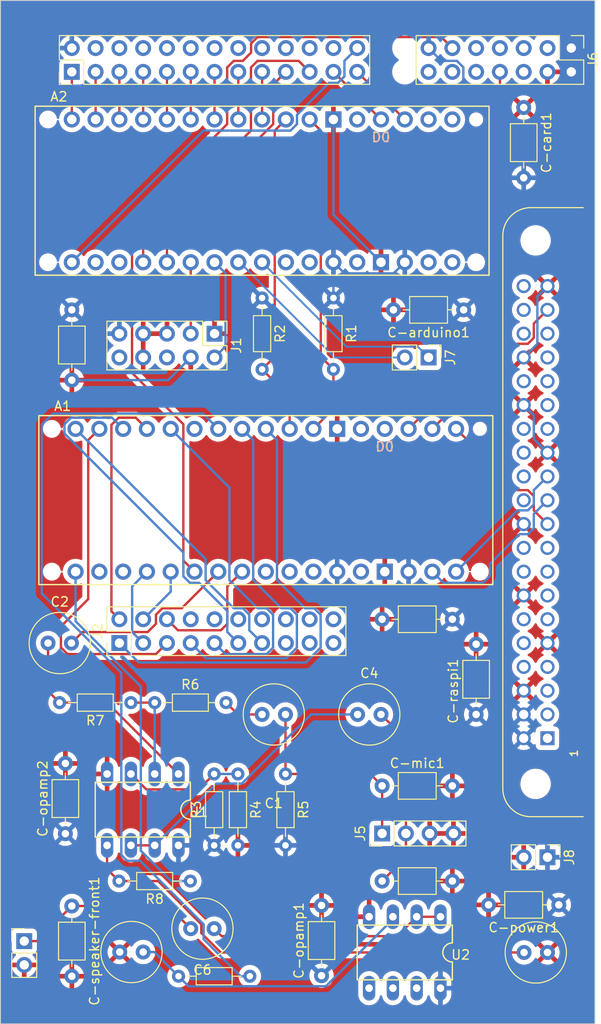
<source format=kicad_pcb>
(kicad_pcb (version 20221018) (generator pcbnew)
  (layers (0 "F.Cu" signal) (31 "B.Cu" signal) (34 "B.Paste" user) (35 "F.Paste" user) (36 "B.SilkS" user "B.Silkscreen") (37 "F.SilkS" user "F.Silkscreen") (38 "B.Mask" user) (39 "F.Mask" user) (44 "Edge.Cuts" user))
  (net 0 "")
  (net 2 "5v")
  (net 3 "key_col3")
  (net 4 "key_col4")
  (net 5 "mag_cls")
  (net 6 "mic_amp")
  (net 7 "key_row1")
  (net 10 "mag_rdt")
  (net 11 "mag_rcl")
  (net 12 "key_col1")
  (net 13 "key_col6")
  (net 14 "pwm_speaker_front")
  (net 15 "key_col7")
  (net 16 "key_row2")
  (net 17 "key_col2")
  (net 18 "key_row3")
  (net 19 "key_col5")
  (net 20 "key_row4")
  (net 21 "pwm_speaker_receiver")
  (net 22 "miso")
  (net 23 "mosi")
  (net 26 "sck")
  (net 27 "ss")
  (net 29 "disp_x3")
  (net 30 "disp_x2")
  (net 31 "coin_sig")
  (net 32 "coin_1")
  (net 33 "coin_2")
  (net 34 "coin_3")
  (net 36 "disp_x4")
  (net 37 "disp_x5")
  (net 38 "sda")
  (net 39 "scl")
  (net 40 "disp_x1")
  (net 41 "disp_d0")
  (net 42 "disp_d1")
  (net 43 "disp_d2")
  (net 44 "disp_d3")
  (net 45 "disp_d4")
  (net 46 "disp_d5")
  (net 47 "disp_d6")
  (net 48 "disp_d7")
  (net 49 "disp_x6")
  (net 82 "mic+")
  (net 83 "Net-(C1-Pad2)")
  (net 84 "Net-(C2-Pad1)")
  (net 85 "Net-(U1B-+)")
  (net 86 "Net-(U1B--)")
  (net 87 "speaker_receiver+")
  (net 88 "Net-(U2A-+)")
  (net 89 "Net-(U2A--)")
  (net 90 "speaker_front+")
  (net 91 "card_seated")
  (net 95 "key_hook_down")
  (net 96 "key_hook_common")
  (net 97 "key_hook_up")
  (net 98 "motor+")
  (net 99 "motor-")
  (net 100 "2.5v")
  (net 101 "Net-(U1A--)")
  (net 126 "gnd")
  (footprint "Resistor_THT:R_Axial_DIN0204_L3.6mm_D1.6mm_P7.62mm_Horizontal" (layer "F.Cu") (at 128.23 85.095)
    (fp_text reference "R6")
    (fp_text value "1k")
  )
  (footprint "Capacitor_THT:C_Axial_L3.8mm_D2.6mm_P7.50mm_Horizontal" (layer "F.Cu") (at 171.39 106.68 180)
    (fp_text reference "C-power1")
    (fp_text value "0.1u")
  )
  (footprint "ADA3708:ADA3708_RPI-ZERO" (layer "F.Cu") (at 168.91 64.77 90)
    (fp_text reference "A3" hide)
    (fp_text value "ADA3708" hide)
  )
  (footprint "Capacitor_THT:C_Axial_L3.8mm_D2.6mm_P7.50mm_Horizontal" (layer "F.Cu") (at 152.52 104.14)
    (fp_text reference "C-speaker-receiver1" hide)
    (fp_text value "0.1u")
  )
  (footprint "Connector_PinHeader_2.54mm:PinHeader_2x13_P2.54mm_Vertical" (layer "F.Cu") (at 119.38 17.78 90)
    (fp_text reference "J3" hide)
    (fp_text value "display")
  )
  (footprint "Connector_PinHeader_2.54mm:PinHeader_2x05_P2.54mm_Vertical" (layer "F.Cu") (at 134.62 45.72 -90)
    (fp_text reference "J1")
    (fp_text value "coin")
  )
  (footprint "Resistor_THT:R_Axial_DIN0204_L3.6mm_D1.6mm_P7.62mm_Horizontal" (layer "F.Cu") (at 132.04 104.14 180)
    (fp_text reference "R8")
    (fp_text value "10" hide)
  )
  (footprint "Capacitor_THT:C_Radial_D6.3mm_H5.0mm_P2.50mm" (layer "F.Cu") (at 149.9 86.36)
    (fp_text reference "C4")
    (fp_text value "1m")
  )
  (footprint "LM358:DIL08" (layer "F.Cu") (at 154.94 111.76 180)
    (fp_text reference "U2")
    (fp_text value "LM358")
  )
  (footprint "Capacitor_THT:C_Axial_L3.8mm_D2.6mm_P7.50mm_Horizontal" (layer "F.Cu") (at 162.56 86.36 90)
    (fp_text reference "C-raspi1")
    (fp_text value "0.1u")
  )
  (footprint "Capacitor_THT:C_Radial_D6.3mm_H5.0mm_P2.50mm" (layer "F.Cu") (at 167.68 111.76)
    (fp_text reference "C3" hide)
    (fp_text value "10u" hide)
  )
  (footprint "Resistor_THT:R_Axial_DIN0204_L3.6mm_D1.6mm_P7.62mm_Horizontal" (layer "F.Cu") (at 134.58 100.33 90)
    (fp_text reference "R3")
    (fp_text value "10k")
  )
  (footprint "Connector_PinHeader_2.54mm:PinHeader_1x02_P2.54mm_Vertical" (layer "F.Cu") (at 157.48 48.26 -90)
    (fp_text reference "J7")
    (fp_text value "motor")
  )
  (footprint "Capacitor_THT:C_Axial_L3.8mm_D2.6mm_P7.50mm_Horizontal" (layer "F.Cu") (at 167.64 21.585 -90)
    (fp_text reference "C-card1")
    (fp_text value "0.1u")
  )
  (footprint "Capacitor_THT:C_Axial_L3.8mm_D2.6mm_P7.50mm_Horizontal" (layer "F.Cu") (at 119.38 106.8 -90)
    (fp_text reference "C-speaker-front1")
    (fp_text value "0.1u")
  )
  (footprint "Capacitor_THT:C_Radial_D6.3mm_H5.0mm_P2.50mm" (layer "F.Cu") (at 127 111.715 180)
    (fp_text reference "C5" hide)
    (fp_text value "10u")
  )
  (footprint "Capacitor_THT:C_Axial_L3.8mm_D2.6mm_P7.50mm_Horizontal" (layer "F.Cu") (at 161.23 43.18 180)
    (fp_text reference "C-arduino1")
    (fp_text value "0.1u")
  )
  (footprint "Connector_PinHeader_2.54mm:PinHeader_1x02_P2.54mm_Vertical" (layer "F.Cu") (at 114.3 110.55)
    (fp_text reference "speaker_front1" hide)
    (fp_text value "speaker_front" hide)
  )
  (footprint "Connector_PinHeader_2.54mm:PinHeader_2x10_P2.54mm_Vertical" (layer "F.Cu") (at 124.46 78.74 90)
    (fp_text reference "J2")
    (fp_text value "keypad")
  )
  (footprint "Capacitor_THT:C_Axial_L3.8mm_D2.6mm_P7.50mm_Horizontal" (layer "F.Cu") (at 146.05 114.24 90)
    (fp_text reference "C-opamp1")
    (fp_text value "0.1u")
  )
  (footprint "LM358:DIL08" (layer "F.Cu") (at 126.96 96.52 180)
    (fp_text reference "U1")
    (fp_text value "LM358")
  )
  (footprint "Resistor_THT:R_Axial_DIN0204_L3.6mm_D1.6mm_P7.62mm_Horizontal" (layer "F.Cu") (at 125.69 85.095 180)
    (fp_text reference "R7")
    (fp_text value "10k")
  )
  (footprint "PCM_arduino-library:Arduino_Micro_Socket" (layer "F.Cu") (at 115.8621 72.5)
    (fp_text reference "A1")
    (fp_text value "Arduino_Micro_Socket")
  )
  (footprint "Connector_PinHeader_2.54mm:PinHeader_2x07_P2.54mm_Vertical" (layer "F.Cu") (at 172.72 15.24 -90)
    (fp_text reference "J6")
    (fp_text value "card_reader")
  )
  (footprint "Resistor_THT:R_Axial_DIN0204_L3.6mm_D1.6mm_P7.62mm_Horizontal" (layer "F.Cu") (at 138.395 114.295 180)
    (fp_text reference "R9" hide)
    (fp_text value "10")
  )
  (footprint "PCM_arduino-library:Arduino_Micro_Socket" (layer "F.Cu") (at 115.46 39.48)
    (fp_text reference "A2")
    (fp_text value "Arduino_Micro_Socket (display)")
  )
  (footprint "Resistor_THT:R_Axial_DIN0204_L3.6mm_D1.6mm_P7.62mm_Horizontal" (layer "F.Cu") (at 147.32 41.91 -90)
    (fp_text reference "R1")
    (fp_text value "10k")
  )
  (footprint "Capacitor_THT:C_Radial_D6.3mm_H5.0mm_P2.50mm" (layer "F.Cu") (at 116.84 78.74)
    (fp_text reference "C2")
    (fp_text value "0.1m" hide)
  )
  (footprint "Capacitor_THT:C_Radial_D6.3mm_H5.0mm_P2.50mm" (layer "F.Cu") (at 134.58 109.22 180)
    (fp_text reference "C6")
    (fp_text value "1m")
  )
  (footprint "Capacitor_THT:C_Axial_L3.8mm_D2.6mm_P7.50mm_Horizontal" (layer "F.Cu") (at 119.38 43.18 -90)
    (fp_text reference "C-coin1" hide)
    (fp_text value "0.1u")
  )
  (footprint "Capacitor_THT:C_Axial_L3.8mm_D2.6mm_P7.50mm_Horizontal" (layer "F.Cu") (at 118.6912 99.0858 90)
    (fp_text reference "C-opamp2")
    (fp_text value "0.1u")
  )
  (footprint "Resistor_THT:R_Axial_DIN0204_L3.6mm_D1.6mm_P7.62mm_Horizontal" (layer "F.Cu") (at 139.7 41.91 -90)
    (fp_text reference "R2")
    (fp_text value "10k")
  )
  (footprint "Connector_PinHeader_2.54mm:PinHeader_1x02_P2.54mm_Vertical" (layer "F.Cu") (at 170.18 101.6 -90)
    (fp_text reference "J8")
    (fp_text value "power")
  )
  (footprint "Connector_PinHeader_2.54mm:PinHeader_1x04_P2.54mm_Vertical" (layer "F.Cu") (at 152.52 99.06 90)
    (fp_text reference "J5")
    (fp_text value "4p4c")
  )
  (footprint "Capacitor_THT:C_Radial_D6.3mm_H5.0mm_P2.50mm" (layer "F.Cu") (at 142.2 86.36 180)
    (fp_text reference "C1")
    (fp_text value "10u")
  )
  (footprint "Resistor_THT:R_Axial_DIN0204_L3.6mm_D1.6mm_P7.62mm_Horizontal" (layer "F.Cu") (at 142.2 92.71 -90)
    (fp_text reference "R5")
    (fp_text value "10k" hide)
  )
  (footprint "Capacitor_THT:C_Axial_L3.8mm_D2.6mm_P7.50mm_Horizontal" (layer "F.Cu") (at 160.02 76.2 180)
    (fp_text reference "C-arduino-display1" hide)
    (fp_text value "0.1u")
  )
  (footprint "Capacitor_THT:C_Axial_L3.8mm_D2.6mm_P7.50mm_Horizontal" (layer "F.Cu") (at 152.52 93.98)
    (fp_text reference "C-mic1")
    (fp_text value "0.1u")
  )
  (footprint "Resistor_THT:R_Axial_DIN0204_L3.6mm_D1.6mm_P7.62mm_Horizontal" (layer "F.Cu") (at 137.12 92.71 -90)
    (fp_text reference "R4")
    (fp_text value "10k")
  )
  (gr_line (start 111.76 10.16) (end 111.76 119.38) (stroke (width 0.1)) (layer "Edge.Cuts"))
  (gr_line (start 175.26 119.38) (end 175.26 10.16) (stroke (width 0.1)) (layer "Edge.Cuts"))
  (gr_line (start 111.76 119.38) (end 175.26 119.38) (stroke (width 0.1)) (layer "Edge.Cuts"))
  (gr_line (start 175.26 10.16) (end 111.76 10.16) (stroke (width 0.1)) (layer "Edge.Cuts"))
  (segment (start 153.7514 39.2886) (end 154.94 38.1) (width 0.25) (layer "B.Cu") (net 2))
  (segment (start 161.195 18.955) (end 167.64 25.4) (width 0.25) (layer "B.Cu") (net 2))
  (segment (start 167.64 25.4) (end 167.64 29.085) (width 0.25) (layer "B.Cu") (net 2))
  (segment (start 147.32 38.1) (end 148.5086 39.2886) (width 0.25) (layer "B.Cu") (net 2))
  (segment (start 147.32 38.5111) (end 147.7221 38.109) (width 0.25) (layer "B.Cu") (net 2))
  (segment (start 158.845 16.605) (end 160.506701 16.605) (width 0.25) (layer "B.Cu") (net 2))
  (segment (start 148.5086 39.2886) (end 153.7514 39.2886) (width 0.25) (layer "B.Cu") (net 2))
  (segment (start 160.506701 16.605) (end 161.195 17.293299) (width 0.25) (layer "B.Cu") (net 2))
  (segment (start 147.32 41.91) (end 147.32 38.5111) (width 0.25) (layer "B.Cu") (net 2))
  (segment (start 157.48 15.24) (end 158.845 16.605) (width 0.25) (layer "B.Cu") (net 2))
  (segment (start 161.195 17.293299) (end 161.195 18.955) (width 0.25) (layer "B.Cu") (net 2))
  (segment (start 147.32 38.1) (end 147.32 41.91) (width 0.25) (layer "B.Cu") (net 2))
  (segment (start 125.825 72.6971) (end 125.825 77.565) (width 0.25) (layer "B.Cu") (net 3))
  (segment (start 125.825 77.565) (end 127 78.74) (width 0.25) (layer "B.Cu") (net 3))
  (segment (start 127.4021 71.12) (end 125.825 72.6971) (width 0.25) (layer "B.Cu") (net 3))
  (segment (start 129.9421 73.2579) (end 129.9421 71.12) (width 0.25) (layer "B.Cu") (net 4))
  (segment (start 127 76.2) (end 129.9421 73.2579) (width 0.25) (layer "B.Cu") (net 4))
  (segment (start 138.525 14.753299) (end 139.213299 14.065) (width 0.25) (layer "F.Cu") (net 5))
  (segment (start 137.646701 16.605) (end 138.525 15.726701) (width 0.25) (layer "F.Cu") (net 5))
  (segment (start 131.2935 55.387665) (end 125.8114 49.905565) (width 0.25) (layer "F.Cu") (net 5))
  (segment (start 138.525 15.726701) (end 138.525 14.753299) (width 0.25) (layer "F.Cu") (net 5))
  (segment (start 135.9714 23.352335) (end 135.9714 17.306899) (width 0.25) (layer "F.Cu") (net 5))
  (segment (start 125.8114 33.512335) (end 135.9714 23.352335) (width 0.25) (layer "F.Cu") (net 5))
  (segment (start 136.673299 16.605) (end 137.646701 16.605) (width 0.25) (layer "F.Cu") (net 5))
  (segment (start 139.213299 14.065) (end 158.845 14.065) (width 0.25) (layer "F.Cu") (net 5))
  (segment (start 125.8114 49.905565) (end 125.8114 33.512335) (width 0.25) (layer "F.Cu") (net 5))
  (segment (start 135.9714 17.306899) (end 136.673299 16.605) (width 0.25) (layer "F.Cu") (net 5))
  (segment (start 132.4821 71.12) (end 131.2935 69.9314) (width 0.25) (layer "F.Cu") (net 5))
  (segment (start 158.845 14.065) (end 160.02 15.24) (width 0.25) (layer "F.Cu") (net 5))
  (segment (start 131.2935 69.9314) (end 131.2935 55.387665) (width 0.25) (layer "F.Cu") (net 5))
  (segment (start 120.515 77.565) (end 127.486701 77.565) (width 0.25) (layer "F.Cu") (net 6))
  (segment (start 129.053299 75.025) (end 131.1171 75.025) (width 0.25) (layer "F.Cu") (net 6))
  (segment (start 128.365 76.686701) (end 128.365 75.713299) (width 0.25) (layer "F.Cu") (net 6))
  (segment (start 127.486701 77.565) (end 128.365 76.686701) (width 0.25) (layer "F.Cu") (net 6))
  (segment (start 131.1171 75.025) (end 135.0221 71.12) (width 0.25) (layer "F.Cu") (net 6))
  (segment (start 119.34 78.74) (end 120.515 77.565) (width 0.25) (layer "F.Cu") (net 6))
  (segment (start 128.365 75.713299) (end 129.053299 75.025) (width 0.25) (layer "F.Cu") (net 6))
  (segment (start 130.715 77.375) (end 135.296701 77.375) (width 0.25) (layer "F.Cu") (net 7))
  (segment (start 135.985 76.686701) (end 135.985 72.6971) (width 0.25) (layer "F.Cu") (net 7))
  (segment (start 129.54 76.2) (end 130.715 77.375) (width 0.25) (layer "F.Cu") (net 7))
  (segment (start 135.985 72.6971) (end 137.5621 71.12) (width 0.25) (layer "F.Cu") (net 7))
  (segment (start 135.296701 77.375) (end 135.985 76.686701) (width 0.25) (layer "F.Cu") (net 7))
  (segment (start 155.3421 55.88) (end 165.1 46.1221) (width 0.25) (layer "F.Cu") (net 11))
  (segment (start 165.1 46.1221) (end 165.1 17.78) (width 0.25) (layer "F.Cu") (net 11))
  (segment (start 145.955 75.713299) (end 145.955 79.226701) (width 0.25) (layer "B.Cu") (net 12))
  (segment (start 126.535 80.815) (end 124.46 78.74) (width 0.25) (layer "B.Cu") (net 12))
  (segment (start 145.266701 75.025) (end 145.955 75.713299) (width 0.25) (layer "B.Cu") (net 12))
  (segment (start 140.1021 55.88) (end 141.2907 57.0686) (width 0.25) (layer "B.Cu") (net 12))
  (segment (start 144.366701 80.815) (end 126.535 80.815) (width 0.25) (layer "B.Cu") (net 12))
  (segment (start 144.293299 75.025) (end 145.266701 75.025) (width 0.25) (layer "B.Cu") (net 12))
  (segment (start 145.955 79.226701) (end 144.366701 80.815) (width 0.25) (layer "B.Cu") (net 12))
  (segment (start 141.2907 72.022401) (end 144.293299 75.025) (width 0.25) (layer "B.Cu") (net 12))
  (segment (start 141.2907 57.0686) (end 141.2907 72.022401) (width 0.25) (layer "B.Cu") (net 12))
  (segment (start 137.5621 55.88) (end 138.7507 57.0686) (width 0.25) (layer "B.Cu") (net 13))
  (segment (start 142.276701 80.365) (end 133.705 80.365) (width 0.25) (layer "B.Cu") (net 13))
  (segment (start 141.753299 75.025) (end 142.726701 75.025) (width 0.25) (layer "B.Cu") (net 13))
  (segment (start 142.726701 75.025) (end 143.415 75.713299) (width 0.25) (layer "B.Cu") (net 13))
  (segment (start 143.415 79.226701) (end 142.276701 80.365) (width 0.25) (layer "B.Cu") (net 13))
  (segment (start 138.7507 72.022401) (end 141.753299 75.025) (width 0.25) (layer "B.Cu") (net 13))
  (segment (start 138.7507 57.0686) (end 138.7507 72.022401) (width 0.25) (layer "B.Cu") (net 13))
  (segment (start 133.705 80.365) (end 132.08 78.74) (width 0.25) (layer "B.Cu") (net 13))
  (segment (start 143.415 75.713299) (end 143.415 79.226701) (width 0.25) (layer "B.Cu") (net 13))
  (segment (start 137.405051 114.295) (end 133.455 110.344949) (width 0.25) (layer "B.Cu") (net 14))
  (segment (start 125.281834 101.9758) (end 124.665 101.358966) (width 0.25) (layer "B.Cu") (net 14))
  (segment (start 116.1671 55.43472) (end 117.36042 54.2414) (width 0.25) (layer "B.Cu") (net 14))
  (segment (start 133.455 110.344949) (end 133.455 108.754009) (width 0.25) (layer "B.Cu") (net 14))
  (segment (start 133.455 108.754009) (end 126.676791 101.9758) (width 0.25) (layer "B.Cu") (net 14))
  (segment (start 133.3835 54.2414) (end 135.0221 55.88) (width 0.25) (layer "B.Cu") (net 14))
  (segment (start 116.1671 73.433496) (end 116.1671 55.43472) (width 0.25) (layer "B.Cu") (net 14))
  (segment (start 126.676791 101.9758) (end 125.281834 101.9758) (width 0.25) (layer "B.Cu") (net 14))
  (segment (start 124.665 101.358966) (end 124.665 81.931396) (width 0.25) (layer "B.Cu") (net 14))
  (segment (start 124.665 81.931396) (end 116.1671 73.433496) (width 0.25) (layer "B.Cu") (net 14))
  (segment (start 117.36042 54.2414) (end 133.3835 54.2414) (width 0.25) (layer "B.Cu") (net 14))
  (segment (start 138.395 114.295) (end 137.405051 114.295) (width 0.25) (layer "B.Cu") (net 14))
  (segment (start 140.186701 79.915) (end 135.795 79.915) (width 0.25) (layer "B.Cu") (net 16))
  (segment (start 129.9421 55.88) (end 136.2107 62.1486) (width 0.25) (layer "B.Cu") (net 16))
  (segment (start 140.186701 75.025) (end 140.875 75.713299) (width 0.25) (layer "B.Cu") (net 16))
  (segment (start 136.2107 72.022401) (end 139.213299 75.025) (width 0.25) (layer "B.Cu") (net 16))
  (segment (start 135.795 79.915) (end 134.62 78.74) (width 0.25) (layer "B.Cu") (net 16))
  (segment (start 140.875 75.713299) (end 140.875 79.226701) (width 0.25) (layer "B.Cu") (net 16))
  (segment (start 136.2107 62.1486) (end 136.2107 72.022401) (width 0.25) (layer "B.Cu") (net 16))
  (segment (start 140.875 79.226701) (end 140.186701 79.915) (width 0.25) (layer "B.Cu") (net 16))
  (segment (start 139.213299 75.025) (end 140.186701 75.025) (width 0.25) (layer "B.Cu") (net 16))
  (segment (start 123.61 55.451165) (end 123.61 75.35) (width 0.25) (layer "F.Cu") (net 17))
  (segment (start 123.61 75.35) (end 124.46 76.2) (width 0.25) (layer "F.Cu") (net 17))
  (segment (start 124.369765 54.6914) (end 123.61 55.451165) (width 0.25) (layer "F.Cu") (net 17))
  (segment (start 127.4021 55.88) (end 126.2135 54.6914) (width 0.25) (layer "F.Cu") (net 17))
  (segment (start 126.2135 54.6914) (end 124.369765 54.6914) (width 0.25) (layer "F.Cu") (net 17))
  (segment (start 132.974435 72.3086) (end 131.989765 72.3086) (width 0.25) (layer "B.Cu") (net 18))
  (segment (start 119.289765 54.6914) (end 123.6735 54.6914) (width 0.25) (layer "B.Cu") (net 18))
  (segment (start 118.5935 56.372335) (end 118.5935 55.387665) (width 0.25) (layer "B.Cu") (net 18))
  (segment (start 131.989765 72.3086) (end 131.2935 71.612335) (width 0.25) (layer "B.Cu") (net 18))
  (segment (start 123.6735 54.6914) (end 124.8621 55.88) (width 0.25) (layer "B.Cu") (net 18))
  (segment (start 118.5935 55.387665) (end 119.289765 54.6914) (width 0.25) (layer "B.Cu") (net 18))
  (segment (start 135.985 77.565) (end 135.985 75.319165) (width 0.25) (layer "B.Cu") (net 18))
  (segment (start 137.16 78.74) (end 135.985 77.565) (width 0.25) (layer "B.Cu") (net 18))
  (segment (start 131.2935 71.612335) (end 131.2935 69.072335) (width 0.25) (layer "B.Cu") (net 18))
  (segment (start 135.985 75.319165) (end 132.974435 72.3086) (width 0.25) (layer "B.Cu") (net 18))
  (segment (start 131.2935 69.072335) (end 118.5935 56.372335) (width 0.25) (layer "B.Cu") (net 18))
  (segment (start 128.365 79.915) (end 129.54 78.74) (width 0.25) (layer "F.Cu") (net 19))
  (segment (start 121.1335 57.0686) (end 121.1335 74.0485) (width 0.25) (layer "F.Cu") (net 19))
  (segment (start 118.924009 79.915) (end 128.365 79.915) (width 0.25) (layer "F.Cu") (net 19))
  (segment (start 118.215 79.205991) (end 118.924009 79.915) (width 0.25) (layer "F.Cu") (net 19))
  (segment (start 121.1335 74.0485) (end 118.215 76.967) (width 0.25) (layer "F.Cu") (net 19))
  (segment (start 122.3221 55.88) (end 121.1335 57.0686) (width 0.25) (layer "F.Cu") (net 19))
  (segment (start 118.215 76.967) (end 118.215 79.205991) (width 0.25) (layer "F.Cu") (net 19))
  (segment (start 133.6707 69.7686) (end 133.6707 72.022401) (width 0.25) (layer "B.Cu") (net 20))
  (segment (start 133.6707 72.022401) (end 136.673299 75.025) (width 0.25) (layer "B.Cu") (net 20))
  (segment (start 137.646701 75.025) (end 138.335 75.713299) (width 0.25) (layer "B.Cu") (net 20))
  (segment (start 136.673299 75.025) (end 137.646701 75.025) (width 0.25) (layer "B.Cu") (net 20))
  (segment (start 138.335 75.713299) (end 138.335 77.375) (width 0.25) (layer "B.Cu") (net 20))
  (segment (start 138.335 77.375) (end 139.7 78.74) (width 0.25) (layer "B.Cu") (net 20))
  (segment (start 119.7821 55.88) (end 133.6707 69.7686) (width 0.25) (layer "B.Cu") (net 20))
  (segment (start 126.7479 83.3779) (end 119.7821 76.4121) (width 0.25) (layer "B.Cu") (net 21))
  (segment (start 129.986034 104.14) (end 126.7479 100.901866) (width 0.25) (layer "B.Cu") (net 21))
  (segment (start 119.7821 76.4121) (end 119.7821 71.12) (width 0.25) (layer "B.Cu") (net 21))
  (segment (start 126.7479 100.901866) (end 126.7479 83.3779) (width 0.25) (layer "B.Cu") (net 21))
  (segment (start 132.04 104.14) (end 129.986034 104.14) (width 0.25) (layer "B.Cu") (net 21))
  (segment (start 159.0707 72.3086) (end 163.29378 72.3086) (width 0.25) (layer "B.Cu") (net 22))
  (segment (start 168.719 64.961) (end 170.18 63.5) (width 0.25) (layer "B.Cu") (net 22))
  (segment (start 168.086937 67.119) (end 168.719 66.486937) (width 0.25) (layer "B.Cu") (net 22))
  (segment (start 164.0371 71.56528) (end 164.0371 70.274963) (width 0.25) (layer "B.Cu") (net 22))
  (segment (start 157.8821 71.12) (end 159.0707 72.3086) (width 0.25) (layer "B.Cu") (net 22))
  (segment (start 167.193063 67.119) (end 168.086937 67.119) (width 0.25) (layer "B.Cu") (net 22))
  (segment (start 168.719 66.486937) (end 168.719 64.961) (width 0.25) (layer "B.Cu") (net 22))
  (segment (start 164.0371 70.274963) (end 167.193063 67.119) (width 0.25) (layer "B.Cu") (net 22))
  (segment (start 163.29378 72.3086) (end 164.0371 71.56528) (width 0.25) (layer "B.Cu") (net 22))
  (segment (start 168.719 64.579) (end 170.18 66.04) (width 0.25) (layer "F.Cu") (net 23))
  (segment (start 160.4221 55.88) (end 166.9631 62.421) (width 0.25) (layer "F.Cu") (net 23))
  (segment (start 168.719 63.053063) (end 168.719 64.579) (width 0.25) (layer "F.Cu") (net 23))
  (segment (start 166.9631 62.421) (end 168.086937 62.421) (width 0.25) (layer "F.Cu") (net 23))
  (segment (start 168.086937 62.421) (end 168.719 63.053063) (width 0.25) (layer "F.Cu") (net 23))
  (segment (start 168.086937 64.579) (end 168.719 63.946937) (width 0.25) (layer "B.Cu") (net 26))
  (segment (start 166.9631 64.579) (end 168.086937 64.579) (width 0.25) (layer "B.Cu") (net 26))
  (segment (start 160.4221 71.12) (end 166.9631 64.579) (width 0.25) (layer "B.Cu") (net 26))
  (segment (start 168.719 63.946937) (end 168.719 62.421) (width 0.25) (layer "B.Cu") (net 26))
  (segment (start 168.719 62.421) (end 170.18 60.96) (width 0.25) (layer "B.Cu") (net 26))
  (segment (start 166.9631 46.799) (end 168.086937 46.799) (width 0.25) (layer "F.Cu") (net 27))
  (segment (start 168.719 44.641) (end 170.18 43.18) (width 0.25) (layer "F.Cu") (net 27))
  (segment (start 157.8821 55.88) (end 166.9631 46.799) (width 0.25) (layer "F.Cu") (net 27))
  (segment (start 168.719 46.166937) (end 168.719 44.641) (width 0.25) (layer "F.Cu") (net 27))
  (segment (start 168.086937 46.799) (end 168.719 46.166937) (width 0.25) (layer "F.Cu") (net 27))
  (segment (start 144.78 17.78) (end 143.605 16.605) (width 0.25) (layer "F.Cu") (net 29))
  (segment (start 127 35.56) (end 127 38.1) (width 0.25) (layer "F.Cu") (net 29))
  (segment (start 138.5114 17.306899) (end 138.5114 24.0486) (width 0.25) (layer "F.Cu") (net 29))
  (segment (start 143.605 16.605) (end 139.213299 16.605) (width 0.25) (layer "F.Cu") (net 29))
  (segment (start 138.5114 24.0486) (end 127 35.56) (width 0.25) (layer "F.Cu") (net 29))
  (segment (start 139.213299 16.605) (end 138.5114 17.306899) (width 0.25) (layer "F.Cu") (net 29))
  (segment (start 140.8886 23.352335) (end 129.54 34.700935) (width 0.25) (layer "F.Cu") (net 30))
  (segment (start 140.8886 19.1314) (end 140.8886 23.352335) (width 0.25) (layer "F.Cu") (net 30))
  (segment (start 142.24 17.78) (end 140.8886 19.1314) (width 0.25) (layer "F.Cu") (net 30))
  (segment (start 129.54 34.700935) (end 129.54 38.1) (width 0.25) (layer "F.Cu") (net 30))
  (segment (start 132.08 38.1) (end 132.08 45.72) (width 0.25) (layer "F.Cu") (net 31))
  (segment (start 135.795 47.085) (end 134.62 48.26) (width 0.25) (layer "B.Cu") (net 32))
  (segment (start 134.62 38.1) (end 135.795 39.275) (width 0.25) (layer "B.Cu") (net 32))
  (segment (start 135.795 39.275) (end 135.795 47.085) (width 0.25) (layer "B.Cu") (net 32))
  (segment (start 147.32 17.78) (end 152.4 22.86) (width 0.25) (layer "F.Cu") (net 36))
  (segment (start 149.86 17.78) (end 154.94 22.86) (width 0.25) (layer "F.Cu") (net 37))
  (segment (start 145.9686 24.0486) (end 145.9686 48.1786) (width 0.25) (layer "F.Cu") (net 38))
  (segment (start 145.9686 48.1786) (end 147.32 49.53) (width 0.25) (layer "F.Cu") (net 38))
  (segment (start 147.32 49.53) (end 147.32 53.7421) (width 0.25) (layer "F.Cu") (net 38))
  (segment (start 147.32 53.7421) (end 145.1821 55.88) (width 0.25) (layer "F.Cu") (net 38))
  (segment (start 144.78 22.86) (end 145.9686 24.0486) (width 0.25) (layer "F.Cu") (net 38))
  (segment (start 141.0514 48.1786) (end 141.0514 24.0486) (width 0.25) (layer "F.Cu") (net 39))
  (segment (start 141.0514 24.0486) (end 142.24 22.86) (width 0.25) (layer "F.Cu") (net 39))
  (segment (start 139.7 49.53) (end 142.6421 52.4721) (width 0.25) (layer "F.Cu") (net 39))
  (segment (start 139.7 49.53) (end 141.0514 48.1786) (width 0.25) (layer "F.Cu") (net 39))
  (segment (start 142.6421 52.4721) (end 142.6421 55.88) (width 0.25) (layer "F.Cu") (net 39))
  (segment (start 139.7 22.86) (end 139.7 17.78) (width 0.25) (layer "F.Cu") (net 40))
  (segment (start 137.16 17.78) (end 137.16 22.86) (width 0.25) (layer "F.Cu") (net 41))
  (segment (start 134.62 22.86) (end 134.62 17.78) (width 0.25) (layer "F.Cu") (net 42))
  (segment (start 132.08 17.78) (end 132.08 22.86) (width 0.25) (layer "F.Cu") (net 43))
  (segment (start 129.54 17.78) (end 129.54 22.86) (width 0.25) (layer "F.Cu") (net 44))
  (segment (start 127 22.86) (end 127 17.78) (width 0.25) (layer "F.Cu") (net 45))
  (segment (start 124.46 17.78) (end 124.46 22.86) (width 0.25) (layer "F.Cu") (net 46))
  (segment (start 121.92 22.86) (end 121.92 17.78) (width 0.25) (layer "F.Cu") (net 47))
  (segment (start 119.38 17.78) (end 119.38 22.86) (width 0.25) (layer "F.Cu") (net 48))
  (segment (start 148.495 16.605) (end 148.495 18.266701) (width 0.25) (layer "B.Cu") (net 49))
  (segment (start 142.732335 24.0486) (end 133.4314 24.0486) (width 0.25) (layer "B.Cu") (net 49))
  (segment (start 143.4286 22.367665) (end 143.4286 23.352335) (width 0.25) (layer "B.Cu") (net 49))
  (segment (start 143.4286 23.352335) (end 142.732335 24.0486) (width 0.25) (layer "B.Cu") (net 49))
  (segment (start 147.806701 18.955) (end 146.841265 18.955) (width 0.25) (layer "B.Cu") (net 49))
  (segment (start 149.86 15.24) (end 148.495 16.605) (width 0.25) (layer "B.Cu") (net 49))
  (segment (start 148.495 18.266701) (end 147.806701 18.955) (width 0.25) (layer "B.Cu") (net 49))
  (segment (start 133.4314 24.0486) (end 119.38 38.1) (width 0.25) (layer "B.Cu") (net 49))
  (segment (start 146.841265 18.955) (end 143.4286 22.367665) (width 0.25) (layer "B.Cu") (net 49))
  (segment (start 142.2 92.71) (end 151.25 92.71) (width 0.25) (layer "F.Cu") (net 82))
  (segment (start 152.52 93.98) (end 152.52 99.06) (width 0.25) (layer "F.Cu") (net 82))
  (segment (start 151.25 92.71) (end 152.52 93.98) (width 0.25) (layer "F.Cu") (net 82))
  (segment (start 142.2 92.71) (end 142.2 86.36) (width 0.25) (layer "F.Cu") (net 82))
  (segment (start 135.85 85.095) (end 137.115 86.36) (width 0.25) (layer "F.Cu") (net 83))
  (segment (start 137.115 86.36) (end 139.7 86.36) (width 0.25) (layer "F.Cu") (net 83))
  (segment (start 118.07 85.095) (end 123.155 85.095) (width 0.25) (layer "F.Cu") (net 84))
  (segment (start 116.84 83.865) (end 118.07 85.095) (width 0.25) (layer "F.Cu") (net 84))
  (segment (start 116.84 78.74) (end 116.84 83.865) (width 0.25) (layer "F.Cu") (net 84))
  (segment (start 123.155 85.095) (end 130.77 92.71) (width 0.25) (layer "F.Cu") (net 84))
  (segment (start 133.205 109.685991) (end 133.205 108.754009) (width 0.25) (layer "F.Cu") (net 85))
  (segment (start 123.15 102.87) (end 124.42 104.14) (width 0.25) (layer "F.Cu") (net 85))
  (segment (start 167.68 111.76) (end 135.279009 111.76) (width 0.25) (layer "F.Cu") (net 85))
  (segment (start 135.279009 111.76) (end 133.205 109.685991) (width 0.25) (layer "F.Cu") (net 85))
  (segment (start 123.15 100.33) (end 123.15 102.87) (width 0.25) (layer "F.Cu") (net 85))
  (segment (start 128.590991 104.14) (end 124.42 104.14) (width 0.25) (layer "F.Cu") (net 85))
  (segment (start 133.205 108.754009) (end 128.590991 104.14) (width 0.25) (layer "F.Cu") (net 85))
  (segment (start 125.69 100.33) (end 128.23 100.33) (width 0.25) (layer "F.Cu") (net 86))
  (segment (start 137.544569 93.735) (end 134.825 93.735) (width 0.25) (layer "B.Cu") (net 86))
  (segment (start 149.9 86.36) (end 144.919569 86.36) (width 0.25) (layer "B.Cu") (net 86))
  (segment (start 144.919569 86.36) (end 137.544569 93.735) (width 0.25) (layer "B.Cu") (net 86))
  (segment (start 134.825 93.735) (end 128.23 100.33) (width 0.25) (layer "B.Cu") (net 86))
  (segment (start 152.4 86.36) (end 155.06 89.02) (width 0.25) (layer "F.Cu") (net 87))
  (segment (start 155.06 89.02) (end 155.06 99.06) (width 0.25) (layer "F.Cu") (net 87))
  (segment (start 155.06 99.06) (end 155.06 101.6) (width 0.25) (layer "F.Cu") (net 87))
  (segment (start 155.06 101.6) (end 152.52 104.14) (width 0.25) (layer "F.Cu") (net 87))
  (segment (start 130.775 114.295) (end 131.845 115.365) (width 0.25) (layer "B.Cu") (net 88))
  (segment (start 127 111.715) (end 128.195 111.715) (width 0.25) (layer "B.Cu") (net 88))
  (segment (start 146.515991 115.365) (end 153.67 108.210991) (width 0.25) (layer "B.Cu") (net 88))
  (segment (start 153.67 108.210991) (end 153.67 107.95) (width 0.25) (layer "B.Cu") (net 88))
  (segment (start 128.195 111.715) (end 130.775 114.295) (width 0.25) (layer "B.Cu") (net 88))
  (segment (start 131.845 115.365) (end 146.515991 115.365) (width 0.25) (layer "B.Cu") (net 88))
  (segment (start 135.379999 110.019999) (end 134.58 109.22) (width 0.25) (layer "F.Cu") (net 89))
  (segment (start 156.21 107.95) (end 154.140001 110.019999) (width 0.25) (layer "F.Cu") (net 89))
  (segment (start 158.75 107.95) (end 156.21 107.95) (width 0.25) (layer "F.Cu") (net 89))
  (segment (start 154.140001 110.019999) (end 135.379999 110.019999) (width 0.25) (layer "F.Cu") (net 89))
  (segment (start 129.66 106.8) (end 132.08 109.22) (width 0.25) (layer "F.Cu") (net 90))
  (segment (start 119.38 106.8) (end 129.66 106.8) (width 0.25) (layer "F.Cu") (net 90))
  (segment (start 114.3 110.55) (end 115.63 110.55) (width 0.25) (layer "F.Cu") (net 90))
  (segment (start 115.63 110.55) (end 119.38 106.8) (width 0.25) (layer "F.Cu") (net 90))
  (segment (start 156.33 47.11) (end 157.48 48.26) (width 0.2) (layer "B.Cu") (net 98))
  (segment (start 148.71 47.11) (end 156.33 47.11) (width 0.2) (layer "B.Cu") (net 98))
  (segment (start 139.7 38.1) (end 148.71 47.11) (width 0.2) (layer "B.Cu") (net 98))
  (segment (start 147.464214 48.26) (end 154.94 48.26) (width 0.2) (layer "B.Cu") (net 99))
  (segment (start 137.304214 38.1) (end 147.464214 48.26) (width 0.2) (layer "B.Cu") (net 99))
  (segment (start 137.16 38.1) (end 137.304214 38.1) (width 0.2) (layer "B.Cu") (net 99))
  (segment (start 127.3358 94.3558) (end 132.9342 94.3558) (width 0.25) (layer "F.Cu") (net 100))
  (segment (start 132.9342 94.3558) (end 134.58 92.71) (width 0.25) (layer "F.Cu") (net 100))
  (segment (start 125.69 92.71) (end 127.3358 94.3558) (width 0.25) (layer "F.Cu") (net 100))
  (segment (start 134.58 92.71) (end 137.12 92.71) (width 0.25) (layer "B.Cu") (net 100))
  (segment (start 128.23 85.095) (end 125.69 85.095) (width 0.25) (layer "F.Cu") (net 101))
  (segment (start 128.23 85.095) (end 128.23 92.71) (width 0.25) (layer "B.Cu") (net 101))
  (segment (start 168.719 56.959) (end 170.18 58.42) (width 0.25) (layer "B.Cu") (net 126))
  (segment (start 169.101 46.799) (end 169.101 41.719) (width 0.25) (layer "B.Cu") (net 126))
  (segment (start 167.64 53.34) (end 168.719 54.419) (width 0.25) (layer "B.Cu") (net 126))
  (segment (start 167.64 48.26) (end 169.101 46.799) (width 0.25) (layer "B.Cu") (net 126))
  (segment (start 169.101 41.719) (end 170.18 40.64) (width 0.25) (layer "B.Cu") (net 126))
  (segment (start 168.719 54.419) (end 168.719 56.959) (width 0.25) (layer "B.Cu") (net 126))
  (segment (start 147.32 33.02) (end 152.4 38.1) (width 0.25) (layer "B.Cu") (net 126))
  (segment (start 129.66 50.68) (end 132.08 48.26) (width 0.25) (layer "B.Cu") (net 126))
  (segment (start 147.32 22.86) (end 147.32 33.02) (width 0.25) (layer "B.Cu") (net 126))
  (segment (start 119.38 50.68) (end 129.66 50.68) (width 0.25) (layer "B.Cu") (net 126))
  (zone (net 126) (net_name "gnd") (layer "F.Cu") (connect_pads (clearance 0.5)) (min_thickness 0.25) (fill yes (thermal_gap 0.5) (thermal_bridge_width 0.5))
    (polygon (pts (xy 111.76 10.16) (xy 175.26 10.16) (xy 175.26 119.38) (xy 111.76 119.38)))
  )
  (zone (net 2) (net_name "5v") (layer "B.Cu") (priority 1) (connect_pads (clearance 0.5)) (min_thickness 0.25) (fill yes (thermal_gap 0.5) (thermal_bridge_width 0.5))
    (polygon (pts (xy 111.76 10.16) (xy 175.26 10.16) (xy 175.26 119.38) (xy 111.76 119.38)))
  )
)
</source>
